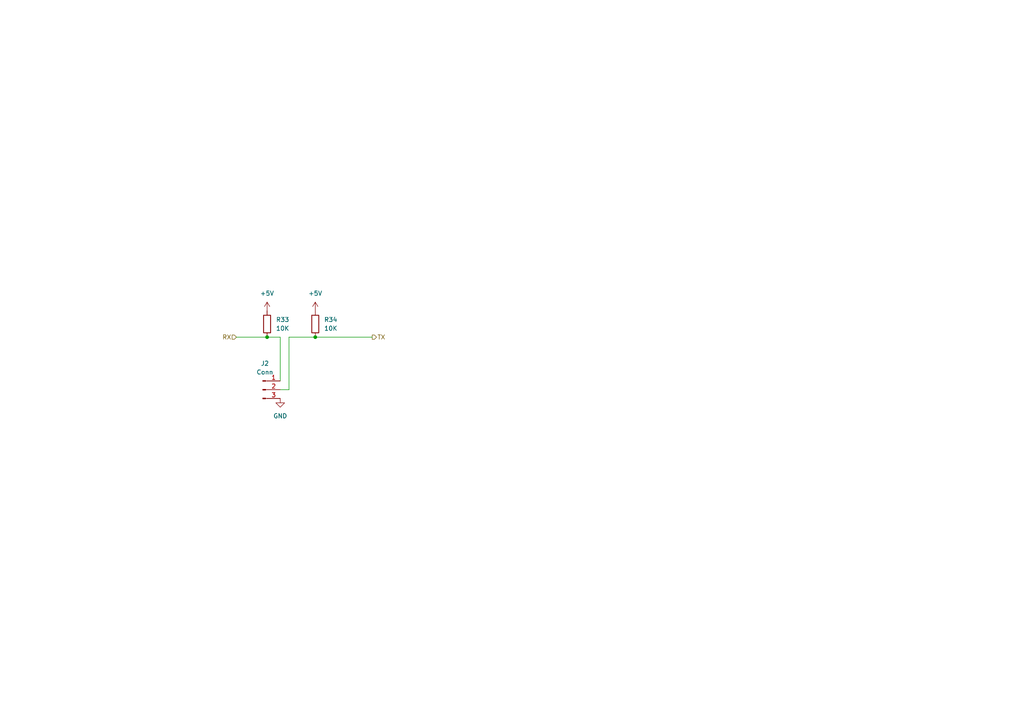
<source format=kicad_sch>
(kicad_sch (version 20211123) (generator eeschema)
  (paper "A4")
  (lib_symbols
    (symbol "Connector:Conn_01x03_Male" (pin_names (offset 1.016) hide)
      (property "Reference" "J" (at 0 5.08 0))
      (property "Value" "Conn_01x03_Male" (at 0 -5.08 0))
      (symbol "Conn_01x03_Male_1_1"
        (polyline (pts (xy 1.27 -2.54) (xy 0.8636 -2.54)) (stroke (width 0.1524)))
        (polyline (pts (xy 1.27 0) (xy 0.8636 0)) (stroke (width 0.1524)))
        (polyline (pts (xy 1.27 2.54) (xy 0.8636 2.54)) (stroke (width 0.1524)))
        (rectangle (start 0.8636 -2.413) (end 0 -2.667) (stroke (width 0.1524)) (fill (type outline)))
        (rectangle (start 0.8636 0.127) (end 0 -0.127) (stroke (width 0.1524)) (fill (type outline)))
        (rectangle (start 0.8636 2.667) (end 0 2.413) (stroke (width 0.1524)) (fill (type outline)))
        (pin passive line (at 5.08 2.54 180) (length 3.81) (name "Pin_1") (number "1"))
        (pin passive line (at 5.08 0 180) (length 3.81) (name "Pin_2") (number "2"))
        (pin passive line (at 5.08 -2.54 180) (length 3.81) (name "Pin_3") (number "3"))
      )
    )
    (symbol "Device:R" (pin_numbers hide) (pin_names (offset 0))
      (property "Reference" "R" (at 2.032 0 90))
      (property "Value" "R" (at 0 0 90))
      (symbol "R_0_1"
        (rectangle (start -1.016 -2.54) (end 1.016 2.54) (stroke (width 0.254)))
      )
      (symbol "R_1_1"
        (pin passive line (at 0 3.81 270) (length 1.27) (name "~") (number "1"))
        (pin passive line (at 0 -3.81 90) (length 1.27) (name "~") (number "2"))
      )
    )
    (symbol "power:+5V" (power) (pin_names (offset 0))
      (property "Value" "+5V" (at 0 3.556 0))
      (symbol "+5V_0_1"
        (polyline (pts (xy -0.762 1.27) (xy 0 2.54)))
        (polyline (pts (xy 0 0) (xy 0 2.54)))
        (polyline (pts (xy 0 2.54) (xy 0.762 1.27)))
      )
      (symbol "+5V_1_1"
        (pin power_in line (at 0 0 90) (length 0) hide (name "+5V") (number "1"))
      )
    )
    (symbol "power:GND" (power) (pin_names (offset 0))
      (property "Value" "GND" (at 0 -3.81 0))
      (symbol "GND_0_1"
        (polyline (pts (xy 0 0) (xy 0 -1.27) (xy 1.27 -1.27) (xy 0 -2.54) (xy -1.27 -1.27) (xy 0 -1.27)))
      )
      (symbol "GND_1_1"
        (pin power_in line (at 0 0 270) (length 0) hide (name "GND") (number "1"))
      )
    )
  )
  (junction (at 77.47 97.79))
  (junction (at 91.44 97.79))
  (wire (pts (xy 81.28 113.03) (xy 83.82 113.03)))
  (wire (pts (xy 81.28 110.49) (xy 81.28 97.79)))
  (wire (pts (xy 77.47 97.79) (xy 68.58 97.79)))
  (wire (pts (xy 83.82 97.79) (xy 83.82 113.03)))
  (wire (pts (xy 81.28 97.79) (xy 77.47 97.79)))
  (wire (pts (xy 91.44 97.79) (xy 83.82 97.79)))
  (wire (pts (xy 107.95 97.79) (xy 91.44 97.79)))
  (hierarchical_label "RX" (shape input) (at 68.58 97.79 180))
  (hierarchical_label "TX" (shape output) (at 107.95 97.79 0))
  (symbol (lib_id "power:+5V") (at 77.47 90.17 0) (unit 1)
    (property "Reference" "#PWR0132" (effects hide))
    (property "Value" "+5V" (at 77.47 85.09 0))
  )
  (symbol (lib_id "Connector:Conn_01x03_Male") (at 76.2 113.03 0) (unit 1)
    (property "Reference" "J2" (at 76.835 105.41 0))
    (property "Value" "Conn" (at 76.835 107.95 0))
    (property "Footprint" "Connector_PinHeader_2.54mm:PinHeader_1x03_P2.54mm_Horizontal" (effects hide))
  )
  (symbol (lib_id "Device:R") (at 91.44 93.98 0) (unit 1)
    (property "Reference" "R34" (at 93.98 92.7099 0) (effects (justify left)))
    (property "Value" "10K" (at 93.98 95.2499 0) (effects (justify left)))
    (property "Footprint" "Resistor_THT:R_Axial_DIN0207_L6.3mm_D2.5mm_P7.62mm_Horizontal" (effects hide))
  )
  (symbol (lib_id "power:GND") (at 81.28 115.57 0) (unit 1)
    (property "Reference" "#PWR0134" (effects hide))
    (property "Value" "GND" (at 81.28 120.65 0))
  )
  (symbol (lib_id "Device:R") (at 77.47 93.98 0) (unit 1)
    (property "Reference" "R33" (at 80.01 92.7099 0) (effects (justify left)))
    (property "Value" "10K" (at 80.01 95.2499 0) (effects (justify left)))
    (property "Footprint" "Resistor_THT:R_Axial_DIN0207_L6.3mm_D2.5mm_P7.62mm_Horizontal" (effects hide))
  )
  (symbol (lib_id "power:+5V") (at 91.44 90.17 0) (unit 1)
    (property "Reference" "#PWR0133" (effects hide))
    (property "Value" "+5V" (at 91.44 85.09 0))
  )
)
</source>
